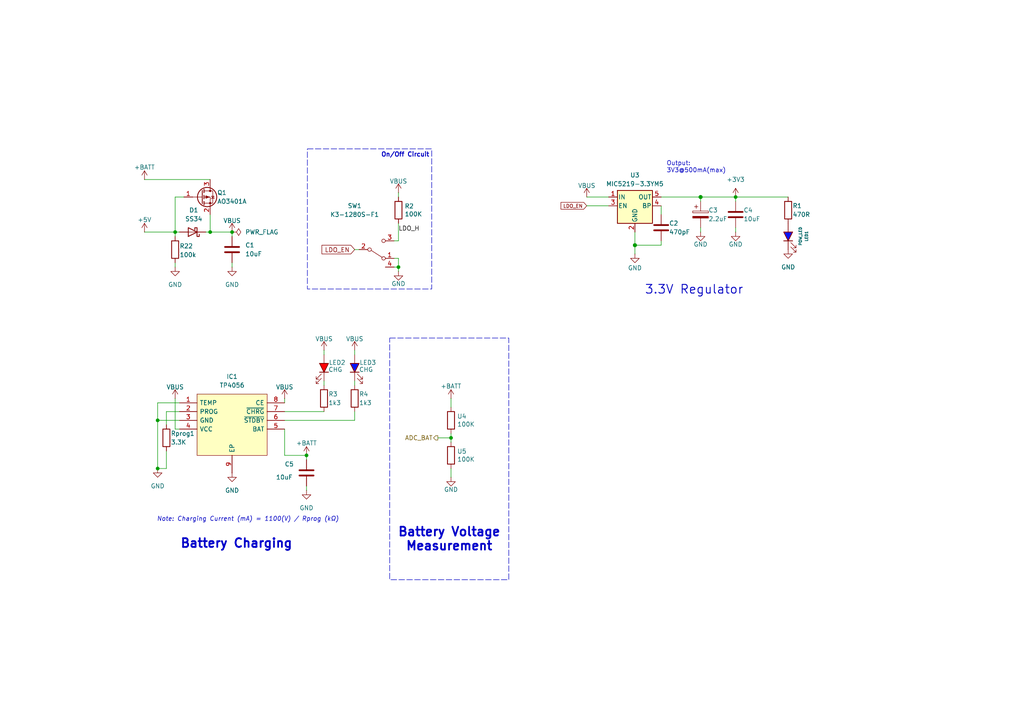
<source format=kicad_sch>
(kicad_sch (version 20250114) (generator "eeschema") (generator_version "9.0")
  (paper "A4")
  (title_block (title "ESP Drone") (date "2025-10-22") (rev "1.5.1"))
  (lib_symbols
    (symbol "+3V3_1" (power) (pin_numbers (hide yes)) (pin_names (offset 0) (hide yes))
      (property "Value" "+3V3" (at 0 3.556 0))
      (symbol "+3V3_1_0_1"
        (polyline (pts (xy -0.762 1.27) (xy 0 2.54)))
        (polyline (pts (xy 0 2.54) (xy 0.762 1.27)))
        (polyline (pts (xy 0 0) (xy 0 2.54)))
      )
      (symbol "+3V3_1_1_1"
        (pin power_in line (at 0 0 90) (length 0) (name "~") (number "1"))
      )
    )
    (symbol "+5V_1" (power) (pin_numbers (hide yes)) (pin_names (offset 0) (hide yes))
      (property "Value" "+5V" (at 0 3.556 0))
      (symbol "+5V_1_0_1"
        (polyline (pts (xy -0.762 1.27) (xy 0 2.54)))
        (polyline (pts (xy 0 2.54) (xy 0.762 1.27)))
        (polyline (pts (xy 0 0) (xy 0 2.54)))
      )
      (symbol "+5V_1_1_1"
        (pin power_in line (at 0 0 90) (length 0) (name "~") (number "1"))
      )
    )
    (symbol "+BATT_1" (power) (pin_numbers (hide yes)) (pin_names (offset 0) (hide yes))
      (property "Value" "+BATT" (at 0 3.556 0))
      (symbol "+BATT_1_0_1"
        (polyline (pts (xy -0.762 1.27) (xy 0 2.54)))
        (polyline (pts (xy 0 2.54) (xy 0.762 1.27)))
        (polyline (pts (xy 0 0) (xy 0 2.54)))
      )
      (symbol "+BATT_1_1_1"
        (pin power_in line (at 0 0 90) (length 0) (name "~") (number "1"))
      )
    )
    (symbol "Device:C" (pin_numbers (hide yes)) (pin_names (offset 0.254))
      (property "Reference" "C" (at 0.635 2.54 0))
      (property "Value" "C" (at 0.635 -2.54 0))
      (symbol "C_0_1"
        (polyline (pts (xy -2.032 0.762) (xy 2.032 0.762)) (stroke (width 0.508)))
        (polyline (pts (xy -2.032 -0.762) (xy 2.032 -0.762)) (stroke (width 0.508)))
      )
      (symbol "C_1_1"
        (pin passive line (at 0 3.81 270) (length 2.794) (name "~") (number "1"))
        (pin passive line (at 0 -3.81 90) (length 2.794) (name "~") (number "2"))
      )
    )
    (symbol "Device:C_Polarized" (pin_numbers (hide yes)) (pin_names (offset 0.254))
      (property "Reference" "C" (at 0.635 2.54 0))
      (property "Value" "C_Polarized" (at 0.635 -2.54 0))
      (symbol "C_Polarized_0_1"
        (rectangle (start -2.286 0.508) (end 2.286 1.016))
        (polyline (pts (xy -1.778 2.286) (xy -0.762 2.286)))
        (polyline (pts (xy -1.27 2.794) (xy -1.27 1.778)))
        (rectangle (start 2.286 -0.508) (end -2.286 -1.016) (fill (type outline)))
      )
      (symbol "C_Polarized_1_1"
        (pin passive line (at 0 3.81 270) (length 2.794) (name "~") (number "1"))
        (pin passive line (at 0 -3.81 90) (length 2.794) (name "~") (number "2"))
      )
    )
    (symbol "Device:R" (pin_numbers (hide yes)) (pin_names (offset 0))
      (property "Reference" "R" (at 2.032 0 90))
      (property "Value" "R" (at 0 0 90))
      (symbol "R_0_1"
        (rectangle (start -1.016 -2.54) (end 1.016 2.54) (stroke (width 0.254)))
      )
      (symbol "R_1_1"
        (pin passive line (at 0 3.81 270) (length 1.27) (name "~") (number "1"))
        (pin passive line (at 0 -3.81 90) (length 1.27) (name "~") (number "2"))
      )
    )
    (symbol "Diode:SS34" (pin_numbers (hide yes)) (pin_names (offset 1.016) (hide yes))
      (property "Reference" "D" (at 0 2.54 0))
      (property "Value" "SS34" (at 0 -2.54 0))
      (symbol "SS34_0_1"
        (polyline (pts (xy -1.905 0.635) (xy -1.905 1.27) (xy -1.27 1.27) (xy -1.27 -1.27) (xy -0.635 -1.27) (xy -0.635 -0.635)) (stroke (width 0.254)))
        (polyline (pts (xy 1.27 1.27) (xy 1.27 -1.27) (xy -1.27 0) (xy 1.27 1.27)) (stroke (width 0.254)))
        (polyline (pts (xy 1.27 0) (xy -1.27 0)))
      )
      (symbol "SS34_1_1"
        (pin passive line (at -3.81 0 0) (length 2.54) (name "K") (number "1"))
        (pin passive line (at 3.81 0 180) (length 2.54) (name "A") (number "2"))
      )
    )
    (symbol "GND_3" (power) (pin_numbers (hide yes)) (pin_names (offset 0) (hide yes))
      (property "Value" "GND" (at 0 -3.81 0))
      (symbol "GND_3_0_1"
        (polyline (pts (xy 0 0) (xy 0 -1.27) (xy 1.27 -1.27) (xy 0 -2.54) (xy -1.27 -1.27) (xy 0 -1.27)))
      )
      (symbol "GND_3_1_1"
        (pin power_in line (at 0 0 270) (length 0) (name "~") (number "1"))
      )
    )
    (symbol "Regulator_Linear:MIC5219-3.3YM5" (pin_names (offset 0.254))
      (property "Reference" "U" (at -3.81 5.715 0))
      (property "Value" "MIC5219-3.3YM5" (at 0 5.715 0))
      (symbol "MIC5219-3.3YM5_0_1"
        (rectangle (start -5.08 4.445) (end 5.08 -5.08) (stroke (width 0.254)) (fill (type background)))
      )
      (symbol "MIC5219-3.3YM5_1_1"
        (pin power_in line (at -7.62 2.54 0) (length 2.54) (name "IN") (number "1"))
        (pin input line (at -7.62 0 0) (length 2.54) (name "EN") (number "3"))
        (pin power_in line (at 0 -7.62 90) (length 2.54) (name "GND") (number "2"))
        (pin power_out line (at 7.62 2.54 180) (length 2.54) (name "OUT") (number "5"))
        (pin input line (at 7.62 0 180) (length 2.54) (name "BP") (number "4"))
      )
    )
    (symbol "Transistor_FET:AO3401A" (pin_names (hide yes))
      (property "Reference" "Q" (at 5.08 1.905 0))
      (property "Value" "AO3401A" (at 5.08 0 0))
      (symbol "AO3401A_0_1"
        (polyline (pts (xy 0.254 1.905) (xy 0.254 -1.905)) (stroke (width 0.254)))
        (polyline (pts (xy 0.254 0) (xy -2.54 0)))
        (polyline (pts (xy 0.762 2.286) (xy 0.762 1.27)) (stroke (width 0.254)))
        (polyline (pts (xy 0.762 1.778) (xy 3.302 1.778) (xy 3.302 -1.778) (xy 0.762 -1.778)))
        (polyline (pts (xy 0.762 0.508) (xy 0.762 -0.508)) (stroke (width 0.254)))
        (polyline (pts (xy 0.762 -1.27) (xy 0.762 -2.286)) (stroke (width 0.254)))
        (circle (center 1.651 0) (radius 2.794) (stroke (width 0.254)))
        (polyline (pts (xy 2.286 0) (xy 1.27 0.381) (xy 1.27 -0.381) (xy 2.286 0)) (fill (type outline)))
        (polyline (pts (xy 2.54 2.54) (xy 2.54 1.778)))
        (circle (center 2.54 1.778) (radius 0.254) (fill (type outline)))
        (circle (center 2.54 -1.778) (radius 0.254) (fill (type outline)))
        (polyline (pts (xy 2.54 -2.54) (xy 2.54 0) (xy 0.762 0)))
        (polyline (pts (xy 2.794 -0.508) (xy 2.921 -0.381) (xy 3.683 -0.381) (xy 3.81 -0.254)))
        (polyline (pts (xy 3.302 -0.381) (xy 2.921 0.254) (xy 3.683 0.254) (xy 3.302 -0.381)))
      )
      (symbol "AO3401A_1_1"
        (pin input line (at -5.08 0 0) (length 2.54) (name "G") (number "1"))
        (pin passive line (at 2.54 5.08 270) (length 2.54) (name "D") (number "3"))
        (pin passive line (at 2.54 -5.08 90) (length 2.54) (name "S") (number "2"))
      )
    )
    (symbol "VBUS_1" (power) (pin_numbers (hide yes)) (pin_names (offset 0) (hide yes))
      (property "Value" "VBUS" (at 0 3.556 0))
      (symbol "VBUS_1_0_1"
        (polyline (pts (xy -0.762 1.27) (xy 0 2.54)))
        (polyline (pts (xy 0 2.54) (xy 0.762 1.27)))
        (polyline (pts (xy 0 0) (xy 0 2.54)))
      )
      (symbol "VBUS_1_1_1"
        (pin power_in line (at 0 0 90) (length 0) (name "~") (number "1"))
      )
    )
    (symbol "loc_BatteryManager:TP4056-42-ESOP8" (pin_names (offset 0.762))
      (property "Reference" "IC" (at 15.24 7.62 0))
      (property "Value" "TP4056" (at 15.24 5.08 0))
      (symbol "TP4056-42-ESOP8_0_0"
        (pin passive line (at 0 0 0) (length 5.08) (name "TEMP") (number "1"))
        (pin passive line (at 0 -2.54 0) (length 5.08) (name "PROG") (number "2"))
        (pin passive line (at 0 -5.08 0) (length 5.08) (name "GND") (number "3"))
        (pin passive line (at 0 -7.62 0) (length 5.08) (name "VCC") (number "4"))
        (pin passive line (at 15.24 -20.32 90) (length 5.08) (name "EP") (number "9"))
        (pin passive line (at 30.48 0 180) (length 5.08) (name "CE") (number "8"))
        (pin passive line (at 30.48 -2.54 180) (length 5.08) (name "~{CHRG}") (number "7"))
        (pin passive line (at 30.48 -5.08 180) (length 5.08) (name "~{STDBY}") (number "6"))
        (pin passive line (at 30.48 -7.62 180) (length 5.08) (name "BAT") (number "5"))
      )
      (symbol "TP4056-42-ESOP8_0_1"
        (polyline (pts (xy 5.08 2.54) (xy 25.4 2.54) (xy 25.4 -15.24) (xy 5.08 -15.24) (xy 5.08 2.54)) (stroke (width 0.1524)) (fill (type background)))
      )
    )
    (symbol "loc_Diode:LED_BLUE" (pin_numbers (hide yes)) (pin_names (offset 1.016) (hide yes))
      (property "Reference" "LED" (at 1.524 -3.302 90))
      (property "Value" "CHG" (at -0.508 -3.302 90))
      (symbol "LED_BLUE_0_1"
        (polyline (pts (xy -3.048 -0.762) (xy -4.572 -2.286) (xy -3.81 -2.286) (xy -4.572 -2.286) (xy -4.572 -1.524)))
        (polyline (pts (xy -1.778 -0.762) (xy -3.302 -2.286) (xy -2.54 -2.286) (xy -3.302 -2.286) (xy -3.302 -1.524)))
        (polyline (pts (xy -1.27 -1.27) (xy -1.27 1.27)) (stroke (width 0.254)))
      )
      (symbol "LED_BLUE_1_1"
        (polyline (pts (xy 1.27 -1.27) (xy 1.27 1.27) (xy -1.27 0) (xy 1.27 -1.27)) (stroke (width 0.254)) (fill (type color) (color 0 18 255 1)))
        (pin passive line (at -3.81 0 0) (length 2.54) (name "K") (number "1"))
        (pin passive line (at 3.81 0 180) (length 2.54) (name "A") (number "2"))
      )
    )
    (symbol "loc_Diode:LED_RED" (pin_numbers (hide yes)) (pin_names (offset 1.016) (hide yes))
      (property "Reference" "LED" (at 1.524 3.81 90))
      (property "Value" "CHG" (at -0.508 3.302 90))
      (symbol "LED_RED_0_1"
        (polyline (pts (xy -3.048 -0.762) (xy -4.572 -2.286) (xy -3.81 -2.286) (xy -4.572 -2.286) (xy -4.572 -1.524)))
        (polyline (pts (xy -1.778 -0.762) (xy -3.302 -2.286) (xy -2.54 -2.286) (xy -3.302 -2.286) (xy -3.302 -1.524)))
        (polyline (pts (xy -1.27 -1.27) (xy -1.27 1.27)) (stroke (width 0.254)))
      )
      (symbol "LED_RED_1_1"
        (polyline (pts (xy 1.27 -1.27) (xy 1.27 1.27) (xy -1.27 0) (xy 1.27 -1.27)) (stroke (width 0.254)) (fill (type color) (color 255 0 4 1)))
        (pin passive line (at -3.81 0 0) (length 2.54) (name "K") (number "1"))
        (pin passive line (at 3.81 0 180) (length 2.54) (name "A") (number "2"))
      )
    )
    (symbol "loc_Switch:K3-1280S-F1" (pin_names (offset 0) (hide yes))
      (property "Reference" "SW" (at 0 -7.874 0))
      (property "Value" "K3-1280S-F1" (at 0 -5.334 0))
      (symbol "K3-1280S-F1_0_0"
        (circle (center -2.032 0) (radius 0.508))
        (circle (center 2.032 -2.54) (radius 0.508))
      )
      (symbol "K3-1280S-F1_0_1"
        (polyline (pts (xy -1.524 0.254) (xy 1.651 2.286)))
        (circle (center 2.032 2.54) (radius 0.508))
      )
      (symbol "K3-1280S-F1_1_1"
        (pin passive line (at -5.08 0 0) (length 2.54) (name "B") (number "2"))
        (pin input line (at 5.08 5.08 180) (length 2.54) (name "4") (number "4"))
        (pin passive line (at 5.08 2.54 180) (length 2.54) (name "A") (number "1"))
        (pin passive line (at 5.08 -2.54 180) (length 2.54) (name "C") (number "3"))
      )
    )
    (symbol "power:PWR_FLAG" (power) (pin_numbers (hide yes)) (pin_names (offset 0) (hide yes))
      (property "Value" "PWR_FLAG" (at 0 3.81 0))
      (symbol "PWR_FLAG_0_0"
        (pin power_out line (at 0 0 90) (length 0) (name "~") (number "1"))
      )
      (symbol "PWR_FLAG_0_1"
        (polyline (pts (xy 0 0) (xy 0 1.27) (xy -1.016 1.905) (xy 0 2.54) (xy 1.016 1.905) (xy 0 1.27)))
      )
    )
  )
  (rectangle (start 113.03 98.044) (end 147.574 168.148) (stroke (width 0) (type dash)))
  (rectangle (start 89.154 43.18) (end 125.222 83.82) (stroke (width 0) (type dash)))
  (text "Output:\n3V3@500mA(max)" (at 193.294 48.514 0) (effects (font (size 1.27 1.27)) (justify left)))
  (text "Note: Charging Current (mA) = 1100(V) / Rprog (kΩ)" (at 45.466 151.384 0) (effects (font (size 1.27 1.27) (italic yes)) (justify left bottom)))
  (text "Battery Voltage\nMeasurement" (at 130.302 156.464 0) (effects (font (size 2.54 2.54) (thickness 0.508) (bold yes))))
  (text "Battery Charging" (at 68.58 157.734 0) (effects (font (size 2.54 2.54) (thickness 0.508) (bold yes))))
  (text "On/Off Circuit" (at 110.49 45.72 0) (effects (font (size 1.27 1.27) (thickness 0.254) (bold yes)) (justify left bottom)))
  (text "3.3V Regulator" (at 186.944 85.598 0) (effects (font (size 2.54 2.54) (thickness 0.254) (bold yes)) (justify left bottom)))
  (junction (at 213.36 57.15))
  (junction (at 184.15 71.12) (diameter 1.016))
  (junction (at 203.2 57.15) (diameter 1.016))
  (junction (at 45.72 135.89))
  (junction (at 45.72 121.92))
  (junction (at 115.57 77.47))
  (junction (at 60.96 67.31))
  (junction (at 50.8 67.31))
  (junction (at 67.31 67.31))
  (junction (at 130.81 127))
  (junction (at 88.9 132.08))
  (wire (pts (xy 115.57 74.93) (xy 115.57 77.47)))
  (wire (pts (xy 184.15 67.31) (xy 184.15 71.12)))
  (wire (pts (xy 82.55 121.92) (xy 102.87 121.92)))
  (wire (pts (xy 93.98 111.76) (xy 93.98 110.49)))
  (wire (pts (xy 115.57 77.47) (xy 115.57 78.74)))
  (wire (pts (xy 48.26 123.19) (xy 48.26 119.38)))
  (wire (pts (xy 203.2 57.15) (xy 213.36 57.15)))
  (wire (pts (xy 59.69 67.31) (xy 60.96 67.31)))
  (wire (pts (xy 50.8 77.47) (xy 50.8 76.2)))
  (wire (pts (xy 130.81 138.43) (xy 130.81 135.89)))
  (wire (pts (xy 102.87 111.76) (xy 102.87 110.49)))
  (wire (pts (xy 104.14 72.39) (xy 102.87 72.39)))
  (wire (pts (xy 115.57 55.88) (xy 115.57 57.15)))
  (wire (pts (xy 213.36 66.04) (xy 213.36 67.31)))
  (wire (pts (xy 130.81 125.73) (xy 130.81 127)))
  (wire (pts (xy 41.91 52.07) (xy 60.96 52.07)))
  (wire (pts (xy 67.31 77.47) (xy 67.31 76.2)))
  (wire (pts (xy 203.2 57.15) (xy 203.2 58.42)))
  (wire (pts (xy 48.26 130.81) (xy 48.26 135.89)))
  (wire (pts (xy 52.07 121.92) (xy 45.72 121.92)))
  (wire (pts (xy 213.36 57.15) (xy 228.6 57.15)))
  (wire (pts (xy 45.72 121.92) (xy 45.72 135.89)))
  (wire (pts (xy 130.81 115.57) (xy 130.81 118.11)))
  (wire (pts (xy 191.77 69.85) (xy 191.77 71.12)))
  (wire (pts (xy 82.55 124.46) (xy 82.55 132.08)))
  (wire (pts (xy 130.81 127) (xy 130.81 128.27)))
  (wire (pts (xy 67.31 67.31) (xy 67.31 68.58)))
  (wire (pts (xy 50.8 68.58) (xy 50.8 67.31)))
  (wire (pts (xy 170.18 57.15) (xy 176.53 57.15)))
  (wire (pts (xy 48.26 135.89) (xy 45.72 135.89)))
  (wire (pts (xy 191.77 57.15) (xy 203.2 57.15)))
  (wire (pts (xy 82.55 115.57) (xy 82.55 116.84)))
  (wire (pts (xy 60.96 67.31) (xy 67.31 67.31)))
  (wire (pts (xy 41.91 67.31) (xy 50.8 67.31)))
  (wire (pts (xy 52.07 124.46) (xy 50.8 124.46)))
  (wire (pts (xy 88.9 132.08) (xy 88.9 133.35)))
  (wire (pts (xy 88.9 142.24) (xy 88.9 140.97)))
  (wire (pts (xy 114.3 74.93) (xy 115.57 74.93)))
  (wire (pts (xy 60.96 62.23) (xy 60.96 67.31)))
  (wire (pts (xy 88.9 132.08) (xy 82.55 132.08)))
  (wire (pts (xy 127 127) (xy 130.81 127)))
  (wire (pts (xy 170.18 59.69) (xy 176.53 59.69)))
  (wire (pts (xy 50.8 57.15) (xy 50.8 67.31)))
  (wire (pts (xy 203.2 66.04) (xy 203.2 67.31)))
  (wire (pts (xy 115.57 64.77) (xy 115.57 69.85)))
  (wire (pts (xy 50.8 67.31) (xy 52.07 67.31)))
  (wire (pts (xy 114.3 77.47) (xy 115.57 77.47)))
  (wire (pts (xy 191.77 62.23) (xy 191.77 59.69)))
  (wire (pts (xy 82.55 119.38) (xy 93.98 119.38)))
  (wire (pts (xy 114.3 69.85) (xy 115.57 69.85)))
  (wire (pts (xy 53.34 57.15) (xy 50.8 57.15)))
  (wire (pts (xy 191.77 71.12) (xy 184.15 71.12)))
  (wire (pts (xy 184.15 71.12) (xy 184.15 73.66)))
  (wire (pts (xy 52.07 116.84) (xy 45.72 116.84)))
  (wire (pts (xy 45.72 116.84) (xy 45.72 121.92)))
  (wire (pts (xy 102.87 119.38) (xy 102.87 121.92)))
  (wire (pts (xy 50.8 115.57) (xy 50.8 124.46)))
  (wire (pts (xy 48.26 119.38) (xy 52.07 119.38)))
  (wire (pts (xy 213.36 58.42) (xy 213.36 57.15)))
  (wire (pts (xy 102.87 102.87) (xy 102.87 101.6)))
  (wire (pts (xy 93.98 102.87) (xy 93.98 101.6)))
  (label "LDO_H" (at 115.57 67.31 0))
  (global_label "LDO_EN" (shape input) (at 102.87 72.39 180) (property "Intersheetrefs" "${INTERSHEET_REFS}" (effects (hide yes))))
  (global_label "LDO_EN" (shape input) (at 170.18 59.69 180) (effects (font (size 1 1))) (property "Intersheetrefs" "${INTERSHEET_REFS}" (effects (hide yes))))
  (hierarchical_label "ADC_BAT" (shape output) (at 127 127 180))
  (symbol (lib_name "VBUS_1") (lib_id "power:VBUS") (at 82.55 115.57 0) (unit 1)
    (property "Reference" "#PWR013" (effects (hide yes)))
    (property "Value" "VBUS" (at 82.55 112.268 0))
    (property "Description" "Power symbol creates a global label with name \"VBUS\"" (effects (hide yes)))
  )
  (symbol (lib_name "GND_3") (lib_id "power:GND") (at 88.9 142.24 0) (unit 1)
    (property "Reference" "#PWR020" (effects (hide yes)))
    (property "Value" "GND" (at 88.9 147.32 0))
    (property "Description" "Power symbol creates a global label with name \"GND\" , ground" (effects (hide yes)))
  )
  (symbol (lib_name "GND_3") (lib_id "power:GND") (at 67.31 137.16 0) (unit 1)
    (property "Reference" "#PWR018" (effects (hide yes)))
    (property "Value" "GND" (at 67.31 142.24 0))
    (property "Description" "Power symbol creates a global label with name \"GND\" , ground" (effects (hide yes)))
  )
  (symbol (lib_id "Device:R") (at 228.6 60.96 0) (mirror x) (unit 1)
    (property "Reference" "R1" (at 229.87 59.69 0) (effects (justify left)))
    (property "Value" "470R" (at 229.87 62.23 0) (effects (justify left)))
    (property "Footprint" "Resistor_SMD:R_0603_1608Metric" (effects (hide yes)))
    (property "Description" "Resistor" (effects (hide yes)))
  )
  (symbol (lib_name "+BATT_1") (lib_id "power:+BATT") (at 41.91 52.07 0) (unit 1)
    (property "Reference" "#PWR08" (effects (hide yes)))
    (property "Value" "+BATT" (at 41.91 48.514 0))
    (property "Description" "Power symbol creates a global label with name \"+BATT\"" (effects (hide yes)))
  )
  (symbol (lib_id "power:PWR_FLAG") (at 67.31 67.31 270) (unit 1)
    (property "Reference" "#FLG04" (effects (hide yes)))
    (property "Value" "PWR_FLAG" (at 71.12 67.3099 90) (effects (justify left)))
    (property "Description" "Special symbol for telling ERC where power comes from" (effects (hide yes)))
  )
  (symbol (lib_name "+3V3_1") (lib_id "power:+3V3") (at 213.36 57.15 0) (unit 1)
    (property "Reference" "#PWR04" (effects (hide yes)))
    (property "Value" "+3V3" (at 213.36 52.07 0))
    (property "Description" "Power symbol creates a global label with name \"+3V3\"" (effects (hide yes)))
  )
  (symbol (lib_id "Device:C") (at 213.36 62.23 0) (unit 1)
    (property "Reference" "C4" (at 215.646 60.96 0) (effects (justify left)))
    (property "Value" "10uF" (at 215.646 63.5 0) (effects (justify left)))
    (property "Footprint" "Capacitor_SMD:C_0603_1608Metric" (effects (hide yes)))
    (property "Description" "Unpolarized capacitor" (effects (hide yes)))
  )
  (symbol (lib_name "GND_3") (lib_id "power:GND") (at 50.8 77.47 0) (unit 1)
    (property "Reference" "#PWR060" (effects (hide yes)))
    (property "Value" "GND" (at 50.8 82.55 0))
    (property "Description" "Power symbol creates a global label with name \"GND\" , ground" (effects (hide yes)))
  )
  (symbol (lib_id "Device:R") (at 130.81 121.92 0) (unit 1)
    (property "Reference" "U4" (at 132.588 120.7516 0) (effects (justify left)))
    (property "Value" "100K" (at 132.588 123.063 0) (effects (justify left)))
    (property "Footprint" "Resistor_SMD:R_0603_1608Metric" (effects (hide yes)))
  )
  (symbol (lib_name "GND_3") (lib_id "power:GND") (at 67.31 77.47 0) (unit 1)
    (property "Reference" "#PWR03" (effects (hide yes)))
    (property "Value" "GND" (at 67.31 82.55 0))
    (property "Description" "Power symbol creates a global label with name \"GND\" , ground" (effects (hide yes)))
  )
  (symbol (lib_id "loc_BatteryManager:TP4056-42-ESOP8") (at 52.07 116.84 0) (unit 1)
    (property "Reference" "IC1" (at 67.31 109.22 0))
    (property "Value" "TP4056" (at 67.31 111.76 0))
    (property "Footprint" "loc_footprints:SOIC127P600X175-9N" (effects (hide yes)))
    (property "Datasheet" "https://datasheet.lcsc.com/szlcsc/1906261508_Nanjing-Extension-Microelectronics-TP4056-42-ESOP8_C16581.pdf" (effects (hide yes)))
    (property "Description" "PMIC - Battery Management ESOP-8 RoHS" (effects (hide yes)))
    (property "Height" "1.75" (effects (hide yes)))
    (property "Manufacturer_Name" "Nanjing Extension Microelectronics" (effects (hide yes)))
    (property "Manufacturer_Part_Number" "TP4056-42-ESOP8" (effects (hide yes)))
  )
  (symbol (lib_name "VBUS_1") (lib_id "power:VBUS") (at 67.31 67.31 0) (unit 1)
    (property "Reference" "#PWR06" (effects (hide yes)))
    (property "Value" "VBUS" (at 67.31 64.008 0))
    (property "Description" "Power symbol creates a global label with name \"VBUS\"" (effects (hide yes)))
  )
  (symbol (lib_id "Diode:SS34") (at 55.88 67.31 180) (unit 1)
    (property "Reference" "D1" (at 56.1975 60.96 0))
    (property "Value" "SS34" (at 56.1975 63.5 0))
    (property "Footprint" "Diode_SMD:D_SMA" (effects (hide yes)))
    (property "Datasheet" "https://www.vishay.com/docs/88751/ss32.pdf" (effects (hide yes)))
    (property "Description" "40V 3A Schottky Diode, SMA" (effects (hide yes)))
    (property "Manufacturer_Name" " TWGMC/UMW" (effects (hide yes)))
  )
  (symbol (lib_name "GND_3") (lib_id "power:GND") (at 115.57 78.74 0) (mirror y) (unit 1)
    (property "Reference" "#PWR016" (effects (hide yes)))
    (property "Value" "GND" (at 115.57 82.296 0))
    (property "Description" "Power symbol creates a global label with name \"GND\" , ground" (effects (hide yes)))
  )
  (symbol (lib_id "Regulator_Linear:MIC5219-3.3YM5") (at 184.15 59.69 0) (unit 1)
    (property "Reference" "U3" (at 184.15 50.8 0))
    (property "Value" "MIC5219-3.3YM5" (at 184.15 53.34 0))
    (property "Footprint" "Package_TO_SOT_SMD:SOT-23-5" (effects (hide yes)))
    (property "Datasheet" "http://ww1.microchip.com/downloads/en/DeviceDoc/MIC5219-500mA-Peak-Output-LDO-Regulator-DS20006021A.pdf" (effects (hide yes)))
    (property "Description" "500mA low dropout linear regulator, fixed 3.3V output, SOT-23-5" (effects (hide yes)))
    (property "Manufacturer_Name" "Microchip" (effects (hide yes)))
  )
  (symbol (lib_id "Device:C") (at 191.77 66.04 0) (unit 1)
    (property "Reference" "C2" (at 194.056 64.77 0) (effects (justify left)))
    (property "Value" "470pF" (at 194.056 67.31 0) (effects (justify left)))
    (property "Footprint" "Capacitor_SMD:C_0603_1608Metric" (effects (hide yes)))
    (property "Description" "Unpolarized capacitor" (effects (hide yes)))
  )
  (symbol (lib_id "Device:R") (at 50.8 72.39 0) (unit 1)
    (property "Reference" "R22" (at 52.07 71.374 0) (effects (justify left)))
    (property "Value" "100k" (at 52.07 73.914 0) (effects (justify left)))
    (property "Footprint" "Resistor_SMD:R_0603_1608Metric" (effects (hide yes)))
    (property "Description" "Resistor" (effects (hide yes)))
  )
  (symbol (lib_name "VBUS_1") (lib_id "power:VBUS") (at 102.87 101.6 0) (unit 1)
    (property "Reference" "#PWR019" (effects (hide yes)))
    (property "Value" "VBUS" (at 102.87 98.298 0))
    (property "Description" "Power symbol creates a global label with name \"VBUS\"" (effects (hide yes)))
  )
  (symbol (lib_name "GND_3") (lib_id "power:GND") (at 203.2 67.31 0) (unit 1)
    (property "Reference" "#PWR07" (effects (hide yes)))
    (property "Value" "GND" (at 203.2 70.866 0))
    (property "Description" "Power symbol creates a global label with name \"GND\" , ground" (effects (hide yes)))
  )
  (symbol (lib_id "Device:R") (at 48.26 127 0) (unit 1)
    (property "Reference" "Rprog1" (at 49.53 125.73 0) (effects (justify left)))
    (property "Value" "3.3K" (at 49.53 128.27 0) (effects (justify left)))
    (property "Footprint" "Resistor_SMD:R_0603_1608Metric" (effects (hide yes)))
  )
  (symbol (lib_name "GND_3") (lib_id "power:GND") (at 184.15 73.66 0) (unit 1)
    (property "Reference" "#PWR05" (effects (hide yes)))
    (property "Value" "GND" (at 184.15 77.724 0))
    (property "Description" "Power symbol creates a global label with name \"GND\" , ground" (effects (hide yes)))
  )
  (symbol (lib_id "Device:C") (at 88.9 137.16 0) (unit 1)
    (property "Reference" "C5" (at 82.55 134.62 0) (effects (justify left)))
    (property "Value" "10uF" (at 80.01 138.43 0) (effects (justify left)))
    (property "Footprint" "Capacitor_SMD:C_0603_1608Metric" (effects (hide yes)))
  )
  (symbol (lib_id "loc_Diode:LED_BLUE") (at 102.87 106.68 90) (unit 1)
    (property "Reference" "LED3" (at 106.68 105.156 90))
    (property "Value" "CHG" (at 106.172 107.188 90))
    (property "Footprint" "LED_SMD:LED_0603_1608Metric" (effects (hide yes)))
  )
  (symbol (lib_id "Transistor_FET:AO3401A") (at 58.42 57.15 0) (unit 1)
    (property "Reference" "Q1" (at 62.992 55.88 0) (effects (justify left)))
    (property "Value" "AO3401A" (at 62.992 58.42 0) (effects (justify left)))
    (property "Footprint" "Package_TO_SOT_SMD:SOT-23" (effects (hide yes)))
    (property "Datasheet" "http://www.aosmd.com/pdfs/datasheet/AO3401A.pdf" (effects (hide yes)))
    (property "Description" "-4.0A Id, -30V Vds, P-Channel MOSFET, SOT-23" (effects (hide yes)))
    (property "Manufacturer_Name" "AOS/UMW" (effects (hide yes)))
  )
  (symbol (lib_id "Device:R") (at 102.87 115.57 0) (unit 1)
    (property "Reference" "R4" (at 104.14 114.3 0) (effects (justify left)))
    (property "Value" "1k3" (at 104.14 116.84 0) (effects (justify left)))
    (property "Footprint" "Resistor_SMD:R_0603_1608Metric" (effects (hide yes)))
    (property "Description" "Resistor" (effects (hide yes)))
  )
  (symbol (lib_id "Device:C_Polarized") (at 203.2 62.23 0) (unit 1)
    (property "Reference" "C3" (at 205.486 60.96 0) (effects (justify left)))
    (property "Value" "2.2uF" (at 205.486 63.5 0) (effects (justify left)))
    (property "Footprint" "Capacitor_SMD:C_0805_2012Metric" (effects (hide yes)))
    (property "Description" "Polarized capacitor" (effects (hide yes)))
  )
  (symbol (lib_name "GND_3") (lib_id "power:GND") (at 228.6 72.39 0) (unit 1)
    (property "Reference" "#PWR061" (effects (hide yes)))
    (property "Value" "GND" (at 228.6 77.47 0))
    (property "Description" "Power symbol creates a global label with name \"GND\" , ground" (effects (hide yes)))
  )
  (symbol (lib_name "VBUS_1") (lib_id "power:VBUS") (at 93.98 101.6 0) (unit 1)
    (property "Reference" "#PWR062" (effects (hide yes)))
    (property "Value" "VBUS" (at 93.98 98.298 0))
    (property "Description" "Power symbol creates a global label with name \"VBUS\"" (effects (hide yes)))
  )
  (symbol (lib_name "+BATT_1") (lib_id "power:+BATT") (at 130.81 115.57 0) (mirror y) (unit 1)
    (property "Reference" "#PWR063" (effects (hide yes)))
    (property "Value" "+BATT" (at 130.81 112.014 0))
    (property "Description" "Power symbol creates a global label with name \"+BATT\"" (effects (hide yes)))
  )
  (symbol (lib_id "Device:R") (at 93.98 115.57 0) (unit 1)
    (property "Reference" "R3" (at 95.25 114.3 0) (effects (justify left)))
    (property "Value" "1k3" (at 95.25 116.84 0) (effects (justify left)))
    (property "Footprint" "Resistor_SMD:R_0603_1608Metric" (effects (hide yes)))
    (property "Description" "Resistor" (effects (hide yes)))
  )
  (symbol (lib_name "GND_3") (lib_id "power:GND") (at 45.72 135.89 0) (unit 1)
    (property "Reference" "#PWR021" (effects (hide yes)))
    (property "Value" "GND" (at 45.72 140.97 0))
    (property "Description" "Power symbol creates a global label with name \"GND\" , ground" (effects (hide yes)))
  )
  (symbol (lib_name "+5V_1") (lib_id "power:+5V") (at 41.91 67.31 0) (unit 1)
    (property "Reference" "#PWR012" (effects (hide yes)))
    (property "Value" "+5V" (at 41.91 63.754 0))
    (property "Description" "Power symbol creates a global label with name \"+5V\"" (effects (hide yes)))
  )
  (symbol (lib_id "Device:C") (at 67.31 72.39 0) (unit 1)
    (property "Reference" "C1" (at 71.12 71.1199 0) (effects (justify left)))
    (property "Value" "10uF" (at 71.12 73.6599 0) (effects (justify left)))
    (property "Footprint" "Capacitor_SMD:C_0603_1608Metric" (effects (hide yes)))
    (property "Description" "Unpolarized capacitor" (effects (hide yes)))
  )
  (symbol (lib_name "VBUS_1") (lib_id "power:VBUS") (at 115.57 55.88 0) (unit 1)
    (property "Reference" "#PWR015" (effects (hide yes)))
    (property "Value" "VBUS" (at 115.57 52.578 0))
    (property "Description" "Power symbol creates a global label with name \"VBUS\"" (effects (hide yes)))
  )
  (symbol (lib_name "GND_3") (lib_id "power:GND") (at 213.36 67.31 0) (unit 1)
    (property "Reference" "#PWR011" (effects (hide yes)))
    (property "Value" "GND" (at 213.36 70.866 0))
    (property "Description" "Power symbol creates a global label with name \"GND\" , ground" (effects (hide yes)))
  )
  (symbol (lib_name "VBUS_1") (lib_id "power:VBUS") (at 50.8 115.57 0) (unit 1)
    (property "Reference" "#PWR09" (effects (hide yes)))
    (property "Value" "VBUS" (at 50.8 112.268 0))
    (property "Description" "Power symbol creates a global label with name \"VBUS\"" (effects (hide yes)))
  )
  (symbol (lib_id "loc_Switch:K3-1280S-F1") (at 109.22 72.39 0) (mirror x) (unit 1)
    (property "Reference" "SW1" (at 102.87 59.69 0))
    (property "Value" "K3-1280S-F1" (at 102.87 62.23 0))
    (property "Footprint" "loc_footprints:slide switch spdt" (effects (hide yes)))
    (property "Manufacturer_Name" "HRO" (effects (hide yes)))
  )
  (symbol (lib_name "GND_3") (lib_id "power:GND") (at 130.81 138.43 0) (mirror y) (unit 1)
    (property "Reference" "#PWR014" (effects (hide yes)))
    (property "Value" "GND" (at 130.81 141.986 0))
    (property "Description" "Power symbol creates a global label with name \"GND\" , ground" (effects (hide yes)))
  )
  (symbol (lib_name "VBUS_1") (lib_id "power:VBUS") (at 170.18 57.15 0) (unit 1)
    (property "Reference" "#PWR010" (effects (hide yes)))
    (property "Value" "VBUS" (at 170.18 53.848 0))
    (property "Description" "Power symbol creates a global label with name \"VBUS\"" (effects (hide yes)))
  )
  (symbol (lib_id "loc_Diode:LED_BLUE") (at 228.6 68.58 90) (unit 1)
    (property "Reference" "LED1" (at 233.934 68.5165 0) (effects (font (size 0.8 0.8))))
    (property "Value" "POW_LED" (at 232.156 68.5165 0) (effects (font (size 0.8 0.8))))
    (property "Footprint" "LED_SMD:LED_0603_1608Metric" (effects (hide yes)))
  )
  (symbol (lib_name "+BATT_1") (lib_id "power:+BATT") (at 88.9 132.08 0) (unit 1)
    (property "Reference" "#PWR023" (effects (hide yes)))
    (property "Value" "+BATT" (at 88.9 128.524 0))
    (property "Description" "Power symbol creates a global label with name \"+BATT\"" (effects (hide yes)))
  )
  (symbol (lib_id "Device:R") (at 115.57 60.96 0) (unit 1)
    (property "Reference" "R2" (at 117.348 59.7916 0) (effects (justify left)))
    (property "Value" "100K" (at 117.348 62.103 0) (effects (justify left)))
    (property "Footprint" "Resistor_SMD:R_0603_1608Metric" (effects (hide yes)))
  )
  (symbol (lib_id "Device:R") (at 130.81 132.08 0) (unit 1)
    (property "Reference" "U5" (at 132.588 130.9116 0) (effects (justify left)))
    (property "Value" "100K" (at 132.588 133.223 0) (effects (justify left)))
    (property "Footprint" "Resistor_SMD:R_0603_1608Metric" (effects (hide yes)))
  )
  (symbol (lib_id "loc_Diode:LED_RED") (at 93.98 106.68 270) (mirror x) (unit 1)
    (property "Reference" "LED2" (at 97.79 105.156 90))
    (property "Value" "CHG" (at 97.282 107.188 90))
    (property "Footprint" "LED_SMD:LED_0603_1608Metric" (effects (hide yes)))
  )
)
</source>
